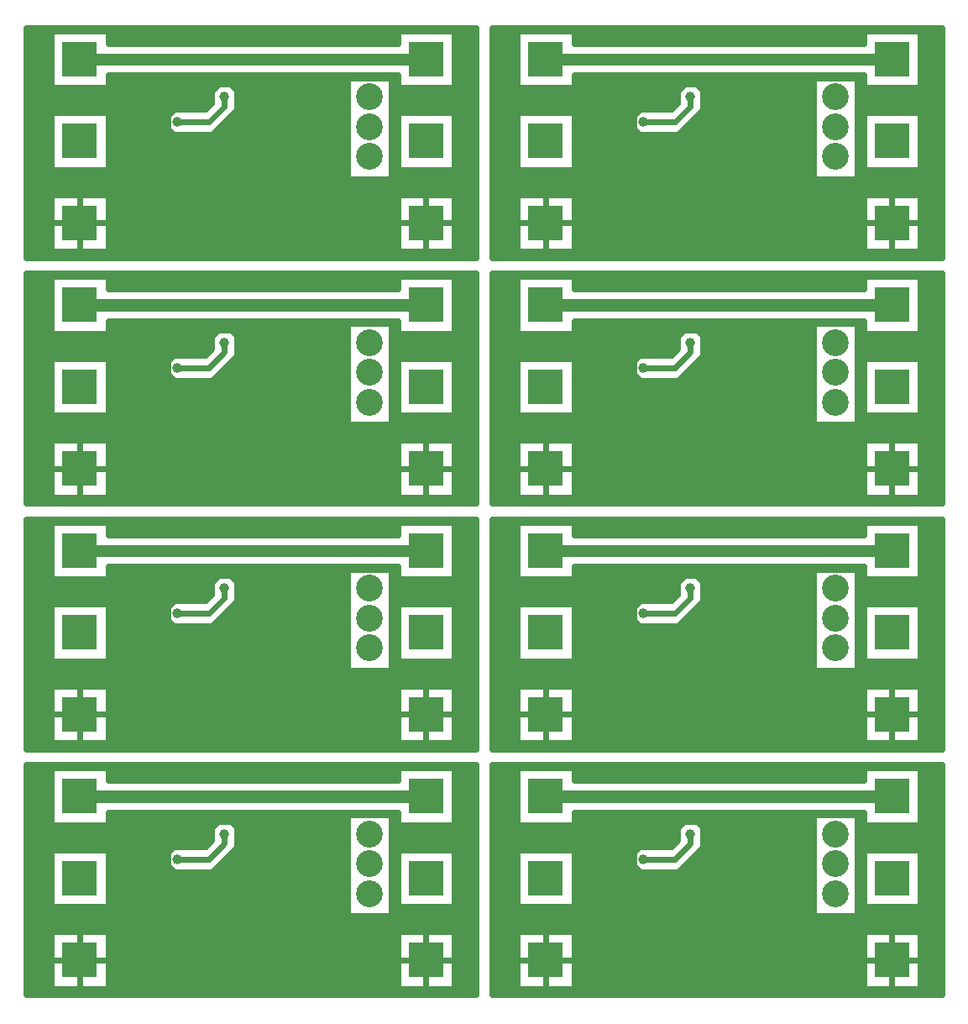
<source format=gbr>
%FSLAX34Y34*%
%MOMM*%
%LNSILK_TOP*%
G71*
G01*
%ADD10C, 2.70*%
%ADD11C, 1.00*%
%ADD12C, 0.60*%
%LPD*%
G36*
X42850Y804875D02*
X77850Y804875D01*
X77850Y769875D01*
X42850Y769875D01*
X42850Y804875D01*
G37*
G36*
X42850Y969975D02*
X77850Y969975D01*
X77850Y934975D01*
X42850Y934975D01*
X42850Y969975D01*
G37*
G36*
X42850Y887425D02*
X77850Y887425D01*
X77850Y852425D01*
X42850Y852425D01*
X42850Y887425D01*
G37*
G36*
X392100Y804875D02*
X427100Y804875D01*
X427100Y769875D01*
X392100Y769875D01*
X392100Y804875D01*
G37*
G36*
X392100Y887425D02*
X427100Y887425D01*
X427100Y852425D01*
X392100Y852425D01*
X392100Y887425D01*
G37*
G36*
X392100Y969975D02*
X427100Y969975D01*
X427100Y934975D01*
X392100Y934975D01*
X392100Y969975D01*
G37*
X352450Y914375D02*
G54D10*
D03*
X352450Y884375D02*
G54D10*
D03*
X352450Y854375D02*
G54D10*
D03*
X206400Y914375D02*
G54D11*
D03*
X158775Y888975D02*
G54D11*
D03*
G54D12*
X158775Y888975D02*
X190525Y888975D01*
X206400Y904850D01*
X206400Y914375D01*
X12725Y977875D02*
G54D11*
D03*
X12725Y758800D02*
G54D11*
D03*
X12725Y869925D02*
G54D11*
D03*
X450875Y869925D02*
G54D11*
D03*
X450875Y977875D02*
G54D11*
D03*
X450875Y758800D02*
G54D11*
D03*
G36*
X92100Y873100D02*
X330225Y873100D01*
X330225Y752450D01*
X92100Y752450D01*
X92100Y873100D01*
G37*
G54D12*
X92100Y873100D02*
X330225Y873100D01*
X330225Y752450D01*
X92100Y752450D01*
X92100Y873100D01*
G36*
X9550Y981050D02*
X31775Y981050D01*
X31775Y752450D01*
X9550Y752450D01*
X9550Y981050D01*
G37*
G54D12*
X9550Y981050D02*
X31775Y981050D01*
X31775Y752450D01*
X9550Y752450D01*
X9550Y981050D01*
G36*
X438175Y752450D02*
X460400Y752450D01*
X460400Y984225D01*
X438175Y984225D01*
X438175Y752450D01*
G37*
G54D12*
X438175Y752450D02*
X460400Y752450D01*
X460400Y984225D01*
X438175Y984225D01*
X438175Y752450D01*
G54D12*
X31775Y981050D02*
X31775Y984225D01*
X6375Y984225D01*
X6375Y752450D01*
X12725Y752450D01*
X12725Y981050D01*
X15900Y984225D01*
G36*
X31775Y815950D02*
X92100Y815950D01*
X92100Y844525D01*
X92100Y841350D01*
X31775Y841350D01*
X31775Y815950D01*
G37*
G54D12*
X31775Y815950D02*
X92100Y815950D01*
X92100Y844525D01*
X92100Y841350D01*
X31775Y841350D01*
X31775Y815950D01*
G36*
X31775Y898500D02*
X92100Y898500D01*
X92100Y873100D01*
X149250Y873100D01*
X149250Y923900D01*
X31775Y923900D01*
X31775Y898500D01*
G37*
G54D12*
X31775Y898500D02*
X92100Y898500D01*
X92100Y873100D01*
X149250Y873100D01*
X149250Y923900D01*
X31775Y923900D01*
X31775Y898500D01*
G36*
X88925Y838175D02*
X88925Y908025D01*
X92100Y911200D01*
X88925Y838175D01*
G37*
G54D12*
X88925Y838175D02*
X88925Y908025D01*
X92100Y911200D01*
X88925Y838175D01*
G54D12*
X88925Y819125D02*
X88925Y752450D01*
X31775Y752450D01*
X31775Y761975D01*
X31775Y758800D01*
X95275Y758800D01*
X98450Y755625D01*
X31775Y755625D01*
G54D12*
X441350Y981050D02*
X34950Y981050D01*
X31775Y984225D01*
X438175Y984225D01*
X438175Y752450D01*
X323875Y752450D01*
X330225Y758800D01*
X441350Y758800D01*
X444525Y761975D01*
X444525Y758800D01*
X441350Y755625D01*
X308000Y755625D01*
X304825Y752450D01*
G54D12*
X441350Y815950D02*
X381025Y815950D01*
X381025Y758800D01*
X377850Y755625D01*
X377850Y923900D01*
X441350Y923900D01*
X444525Y920725D01*
X444525Y898500D01*
X441350Y895325D01*
X438175Y898500D01*
X377850Y898500D01*
X381025Y898500D01*
X381025Y841350D01*
X444525Y841350D01*
X447700Y838175D01*
G54D12*
X60350Y952475D02*
X409600Y952475D01*
X409600Y955650D01*
X60350Y955650D01*
X60350Y949300D01*
X409600Y949300D01*
G36*
X377850Y841350D02*
X438175Y841350D01*
X438175Y815950D01*
X377850Y815950D01*
X377850Y841350D01*
G37*
G54D12*
X377850Y841350D02*
X438175Y841350D01*
X438175Y815950D01*
X377850Y815950D01*
X377850Y841350D01*
G36*
X377850Y898500D02*
X438175Y898500D01*
X438175Y923900D01*
X377850Y923900D01*
X377850Y898500D01*
G37*
G54D12*
X377850Y898500D02*
X438175Y898500D01*
X438175Y923900D01*
X377850Y923900D01*
X377850Y898500D01*
G54D12*
X330225Y831825D02*
X377850Y831825D01*
X377850Y761975D01*
X330225Y761975D01*
X330225Y831825D01*
X336575Y831825D01*
G36*
X330225Y831825D02*
X377850Y831825D01*
X377850Y765150D01*
X330225Y765150D01*
X330225Y831825D01*
G37*
G54D12*
X330225Y831825D02*
X377850Y831825D01*
X377850Y765150D01*
X330225Y765150D01*
X330225Y831825D01*
G36*
X381025Y831825D02*
X374675Y831825D01*
X374675Y936600D01*
X381025Y936600D01*
X381025Y831825D01*
G37*
G54D12*
X381025Y831825D02*
X374675Y831825D01*
X374675Y936600D01*
X381025Y936600D01*
X381025Y831825D01*
G36*
X88925Y895325D02*
X149250Y895325D01*
X149250Y936600D01*
X88925Y936600D01*
X88925Y895325D01*
G37*
G54D12*
X88925Y895325D02*
X149250Y895325D01*
X149250Y936600D01*
X88925Y936600D01*
X88925Y895325D01*
G36*
X88925Y981050D02*
X381025Y981050D01*
X381025Y968350D01*
X88925Y968350D01*
X88925Y981050D01*
G37*
G54D12*
X88925Y981050D02*
X381025Y981050D01*
X381025Y968350D01*
X88925Y968350D01*
X88925Y981050D01*
G36*
X330225Y854050D02*
X222275Y854050D01*
X222275Y936600D01*
X330225Y936600D01*
X330225Y854050D01*
G37*
G54D12*
X330225Y854050D02*
X222275Y854050D01*
X222275Y936600D01*
X330225Y936600D01*
X330225Y854050D01*
G36*
X149250Y936600D02*
X184175Y936600D01*
X184175Y901675D01*
X149250Y901675D01*
X149250Y936600D01*
G37*
G54D12*
X149250Y936600D02*
X184175Y936600D01*
X184175Y901675D01*
X149250Y901675D01*
X149250Y936600D01*
G54D12*
X149250Y895325D02*
X161950Y908025D01*
X177825Y908025D01*
X184175Y901675D01*
X187350Y901675D01*
X193700Y908025D01*
X193700Y927075D01*
X193700Y920725D01*
X203225Y930250D01*
X200050Y927075D01*
X212750Y927075D01*
X222275Y917550D01*
X219100Y917550D01*
X219100Y920725D01*
X219100Y901675D01*
X187350Y869925D01*
X161950Y869925D01*
X146075Y885800D01*
X152425Y879450D01*
X152425Y876275D01*
X203225Y876275D01*
X222275Y895325D01*
X219100Y898500D01*
X219100Y895325D01*
X200050Y876275D01*
X215925Y876275D01*
X219100Y879450D01*
X219100Y885800D01*
X212750Y879450D01*
G54D12*
X181000Y936600D02*
X228625Y936600D01*
X228625Y930250D01*
X181000Y930250D01*
X181000Y933425D01*
X225450Y933425D01*
X225450Y927075D01*
X184175Y927075D01*
X187350Y923900D01*
X187350Y908025D01*
X190525Y911200D01*
X190525Y927075D01*
G54D12*
X330225Y936600D02*
X374675Y936600D01*
G54D12*
X377850Y933425D02*
X330225Y933425D01*
G54D12*
X28600Y787375D02*
X92100Y787375D01*
X60350Y787375D01*
X60350Y755625D01*
X60350Y822300D01*
X60350Y787375D01*
X447700Y787375D01*
X409600Y787375D01*
X409600Y819125D01*
X403250Y825475D01*
X409600Y819125D01*
X409600Y755625D01*
X219100Y892150D02*
G54D11*
D03*
X257200Y869925D02*
G54D11*
D03*
X244500Y981050D02*
G54D11*
D03*
X244500Y755625D02*
G54D11*
D03*
G36*
X42850Y557225D02*
X77850Y557225D01*
X77850Y522225D01*
X42850Y522225D01*
X42850Y557225D01*
G37*
G36*
X42850Y722325D02*
X77850Y722325D01*
X77850Y687325D01*
X42850Y687325D01*
X42850Y722325D01*
G37*
G36*
X42850Y639775D02*
X77850Y639775D01*
X77850Y604775D01*
X42850Y604775D01*
X42850Y639775D01*
G37*
G36*
X392100Y557225D02*
X427100Y557225D01*
X427100Y522225D01*
X392100Y522225D01*
X392100Y557225D01*
G37*
G36*
X392100Y639775D02*
X427100Y639775D01*
X427100Y604775D01*
X392100Y604775D01*
X392100Y639775D01*
G37*
G36*
X392100Y722325D02*
X427100Y722325D01*
X427100Y687325D01*
X392100Y687325D01*
X392100Y722325D01*
G37*
X352450Y666725D02*
G54D10*
D03*
X352450Y636725D02*
G54D10*
D03*
X352450Y606725D02*
G54D10*
D03*
X206400Y666725D02*
G54D11*
D03*
X158775Y641325D02*
G54D11*
D03*
G54D12*
X158775Y641325D02*
X190525Y641325D01*
X206400Y657200D01*
X206400Y666725D01*
X12725Y730225D02*
G54D11*
D03*
X12725Y511150D02*
G54D11*
D03*
X12725Y622275D02*
G54D11*
D03*
X450875Y622275D02*
G54D11*
D03*
X450875Y730225D02*
G54D11*
D03*
X450875Y511150D02*
G54D11*
D03*
G36*
X92100Y625450D02*
X330225Y625450D01*
X330225Y504800D01*
X92100Y504800D01*
X92100Y625450D01*
G37*
G54D12*
X92100Y625450D02*
X330225Y625450D01*
X330225Y504800D01*
X92100Y504800D01*
X92100Y625450D01*
G36*
X9550Y733400D02*
X31775Y733400D01*
X31775Y504800D01*
X9550Y504800D01*
X9550Y733400D01*
G37*
G54D12*
X9550Y733400D02*
X31775Y733400D01*
X31775Y504800D01*
X9550Y504800D01*
X9550Y733400D01*
G36*
X438175Y504800D02*
X460400Y504800D01*
X460400Y736575D01*
X438175Y736575D01*
X438175Y504800D01*
G37*
G54D12*
X438175Y504800D02*
X460400Y504800D01*
X460400Y736575D01*
X438175Y736575D01*
X438175Y504800D01*
G54D12*
X31775Y733400D02*
X31775Y736575D01*
X6375Y736575D01*
X6375Y504800D01*
X12725Y504800D01*
X12725Y733400D01*
X15900Y736575D01*
G36*
X31775Y568300D02*
X92100Y568300D01*
X92100Y596875D01*
X92100Y593700D01*
X31775Y593700D01*
X31775Y568300D01*
G37*
G54D12*
X31775Y568300D02*
X92100Y568300D01*
X92100Y596875D01*
X92100Y593700D01*
X31775Y593700D01*
X31775Y568300D01*
G36*
X31775Y650850D02*
X92100Y650850D01*
X92100Y625450D01*
X149250Y625450D01*
X149250Y676250D01*
X31775Y676250D01*
X31775Y650850D01*
G37*
G54D12*
X31775Y650850D02*
X92100Y650850D01*
X92100Y625450D01*
X149250Y625450D01*
X149250Y676250D01*
X31775Y676250D01*
X31775Y650850D01*
G36*
X88925Y590525D02*
X88925Y660375D01*
X92100Y663550D01*
X88925Y590525D01*
G37*
G54D12*
X88925Y590525D02*
X88925Y660375D01*
X92100Y663550D01*
X88925Y590525D01*
G54D12*
X88925Y571475D02*
X88925Y504800D01*
X31775Y504800D01*
X31775Y514325D01*
X31775Y511150D01*
X95275Y511150D01*
X98450Y507975D01*
X31775Y507975D01*
G54D12*
X441350Y733400D02*
X34950Y733400D01*
X31775Y736575D01*
X438175Y736575D01*
X438175Y504800D01*
X323875Y504800D01*
X330225Y511150D01*
X441350Y511150D01*
X444525Y514325D01*
X444525Y511150D01*
X441350Y507975D01*
X308000Y507975D01*
X304825Y504800D01*
G54D12*
X441350Y568300D02*
X381025Y568300D01*
X381025Y511150D01*
X377850Y507975D01*
X377850Y676250D01*
X441350Y676250D01*
X444525Y673075D01*
X444525Y650850D01*
X441350Y647675D01*
X438175Y650850D01*
X377850Y650850D01*
X381025Y650850D01*
X381025Y593700D01*
X444525Y593700D01*
X447700Y590525D01*
G54D12*
X60350Y704825D02*
X409600Y704825D01*
X409600Y708000D01*
X60350Y708000D01*
X60350Y701650D01*
X409600Y701650D01*
G36*
X377850Y593700D02*
X438175Y593700D01*
X438175Y568300D01*
X377850Y568300D01*
X377850Y593700D01*
G37*
G54D12*
X377850Y593700D02*
X438175Y593700D01*
X438175Y568300D01*
X377850Y568300D01*
X377850Y593700D01*
G36*
X377850Y650850D02*
X438175Y650850D01*
X438175Y676250D01*
X377850Y676250D01*
X377850Y650850D01*
G37*
G54D12*
X377850Y650850D02*
X438175Y650850D01*
X438175Y676250D01*
X377850Y676250D01*
X377850Y650850D01*
G54D12*
X330225Y584175D02*
X377850Y584175D01*
X377850Y514325D01*
X330225Y514325D01*
X330225Y584175D01*
X336575Y584175D01*
G36*
X330225Y584175D02*
X377850Y584175D01*
X377850Y517500D01*
X330225Y517500D01*
X330225Y584175D01*
G37*
G54D12*
X330225Y584175D02*
X377850Y584175D01*
X377850Y517500D01*
X330225Y517500D01*
X330225Y584175D01*
G36*
X381025Y584175D02*
X374675Y584175D01*
X374675Y688950D01*
X381025Y688950D01*
X381025Y584175D01*
G37*
G54D12*
X381025Y584175D02*
X374675Y584175D01*
X374675Y688950D01*
X381025Y688950D01*
X381025Y584175D01*
G36*
X88925Y647675D02*
X149250Y647675D01*
X149250Y688950D01*
X88925Y688950D01*
X88925Y647675D01*
G37*
G54D12*
X88925Y647675D02*
X149250Y647675D01*
X149250Y688950D01*
X88925Y688950D01*
X88925Y647675D01*
G36*
X88925Y733400D02*
X381025Y733400D01*
X381025Y720700D01*
X88925Y720700D01*
X88925Y733400D01*
G37*
G54D12*
X88925Y733400D02*
X381025Y733400D01*
X381025Y720700D01*
X88925Y720700D01*
X88925Y733400D01*
G36*
X330225Y606400D02*
X222275Y606400D01*
X222275Y688950D01*
X330225Y688950D01*
X330225Y606400D01*
G37*
G54D12*
X330225Y606400D02*
X222275Y606400D01*
X222275Y688950D01*
X330225Y688950D01*
X330225Y606400D01*
G36*
X149250Y688950D02*
X184175Y688950D01*
X184175Y654025D01*
X149250Y654025D01*
X149250Y688950D01*
G37*
G54D12*
X149250Y688950D02*
X184175Y688950D01*
X184175Y654025D01*
X149250Y654025D01*
X149250Y688950D01*
G54D12*
X149250Y647675D02*
X161950Y660375D01*
X177825Y660375D01*
X184175Y654025D01*
X187350Y654025D01*
X193700Y660375D01*
X193700Y679425D01*
X193700Y673075D01*
X203225Y682600D01*
X200050Y679425D01*
X212750Y679425D01*
X222275Y669900D01*
X219100Y669900D01*
X219100Y673075D01*
X219100Y654025D01*
X187350Y622275D01*
X161950Y622275D01*
X146075Y638150D01*
X152425Y631800D01*
X152425Y628625D01*
X203225Y628625D01*
X222275Y647675D01*
X219100Y650850D01*
X219100Y647675D01*
X200050Y628625D01*
X215925Y628625D01*
X219100Y631800D01*
X219100Y638150D01*
X212750Y631800D01*
G54D12*
X181000Y688950D02*
X228625Y688950D01*
X228625Y682600D01*
X181000Y682600D01*
X181000Y685775D01*
X225450Y685775D01*
X225450Y679425D01*
X184175Y679425D01*
X187350Y676250D01*
X187350Y660375D01*
X190525Y663550D01*
X190525Y679425D01*
G54D12*
X330225Y688950D02*
X374675Y688950D01*
G54D12*
X377850Y685775D02*
X330225Y685775D01*
G54D12*
X28600Y539725D02*
X92100Y539725D01*
X60350Y539725D01*
X60350Y507975D01*
X60350Y574650D01*
X60350Y539725D01*
X447700Y539725D01*
X409600Y539725D01*
X409600Y571475D01*
X403250Y577825D01*
X409600Y571475D01*
X409600Y507975D01*
X219100Y644500D02*
G54D11*
D03*
X257200Y622275D02*
G54D11*
D03*
X244500Y733400D02*
G54D11*
D03*
X244500Y507975D02*
G54D11*
D03*
G36*
X42850Y309575D02*
X77850Y309575D01*
X77850Y274575D01*
X42850Y274575D01*
X42850Y309575D01*
G37*
G36*
X42850Y474675D02*
X77850Y474675D01*
X77850Y439675D01*
X42850Y439675D01*
X42850Y474675D01*
G37*
G36*
X42850Y392125D02*
X77850Y392125D01*
X77850Y357125D01*
X42850Y357125D01*
X42850Y392125D01*
G37*
G36*
X392100Y309575D02*
X427100Y309575D01*
X427100Y274575D01*
X392100Y274575D01*
X392100Y309575D01*
G37*
G36*
X392100Y392125D02*
X427100Y392125D01*
X427100Y357125D01*
X392100Y357125D01*
X392100Y392125D01*
G37*
G36*
X392100Y474675D02*
X427100Y474675D01*
X427100Y439675D01*
X392100Y439675D01*
X392100Y474675D01*
G37*
X352450Y419075D02*
G54D10*
D03*
X352450Y389075D02*
G54D10*
D03*
X352450Y359075D02*
G54D10*
D03*
X206400Y419075D02*
G54D11*
D03*
X158775Y393675D02*
G54D11*
D03*
G54D12*
X158775Y393675D02*
X190525Y393675D01*
X206400Y409550D01*
X206400Y419075D01*
X12725Y482575D02*
G54D11*
D03*
X12725Y263500D02*
G54D11*
D03*
X12725Y374625D02*
G54D11*
D03*
X450875Y374625D02*
G54D11*
D03*
X450875Y482575D02*
G54D11*
D03*
X450875Y263500D02*
G54D11*
D03*
G36*
X92100Y377800D02*
X330225Y377800D01*
X330225Y257150D01*
X92100Y257150D01*
X92100Y377800D01*
G37*
G54D12*
X92100Y377800D02*
X330225Y377800D01*
X330225Y257150D01*
X92100Y257150D01*
X92100Y377800D01*
G36*
X9550Y485750D02*
X31775Y485750D01*
X31775Y257150D01*
X9550Y257150D01*
X9550Y485750D01*
G37*
G54D12*
X9550Y485750D02*
X31775Y485750D01*
X31775Y257150D01*
X9550Y257150D01*
X9550Y485750D01*
G36*
X438175Y257150D02*
X460400Y257150D01*
X460400Y488925D01*
X438175Y488925D01*
X438175Y257150D01*
G37*
G54D12*
X438175Y257150D02*
X460400Y257150D01*
X460400Y488925D01*
X438175Y488925D01*
X438175Y257150D01*
G54D12*
X31775Y485750D02*
X31775Y488925D01*
X6375Y488925D01*
X6375Y257150D01*
X12725Y257150D01*
X12725Y485750D01*
X15900Y488925D01*
G36*
X31775Y320650D02*
X92100Y320650D01*
X92100Y349225D01*
X92100Y346050D01*
X31775Y346050D01*
X31775Y320650D01*
G37*
G54D12*
X31775Y320650D02*
X92100Y320650D01*
X92100Y349225D01*
X92100Y346050D01*
X31775Y346050D01*
X31775Y320650D01*
G36*
X31775Y403200D02*
X92100Y403200D01*
X92100Y377800D01*
X149250Y377800D01*
X149250Y428600D01*
X31775Y428600D01*
X31775Y403200D01*
G37*
G54D12*
X31775Y403200D02*
X92100Y403200D01*
X92100Y377800D01*
X149250Y377800D01*
X149250Y428600D01*
X31775Y428600D01*
X31775Y403200D01*
G36*
X88925Y342875D02*
X88925Y412725D01*
X92100Y415900D01*
X88925Y342875D01*
G37*
G54D12*
X88925Y342875D02*
X88925Y412725D01*
X92100Y415900D01*
X88925Y342875D01*
G54D12*
X88925Y323825D02*
X88925Y257150D01*
X31775Y257150D01*
X31775Y266675D01*
X31775Y263500D01*
X95275Y263500D01*
X98450Y260325D01*
X31775Y260325D01*
G54D12*
X441350Y485750D02*
X34950Y485750D01*
X31775Y488925D01*
X438175Y488925D01*
X438175Y257150D01*
X323875Y257150D01*
X330225Y263500D01*
X441350Y263500D01*
X444525Y266675D01*
X444525Y263500D01*
X441350Y260325D01*
X308000Y260325D01*
X304825Y257150D01*
G54D12*
X441350Y320650D02*
X381025Y320650D01*
X381025Y263500D01*
X377850Y260325D01*
X377850Y428600D01*
X441350Y428600D01*
X444525Y425425D01*
X444525Y403200D01*
X441350Y400025D01*
X438175Y403200D01*
X377850Y403200D01*
X381025Y403200D01*
X381025Y346050D01*
X444525Y346050D01*
X447700Y342875D01*
G54D12*
X60350Y457175D02*
X409600Y457175D01*
X409600Y460350D01*
X60350Y460350D01*
X60350Y454000D01*
X409600Y454000D01*
G36*
X377850Y346050D02*
X438175Y346050D01*
X438175Y320650D01*
X377850Y320650D01*
X377850Y346050D01*
G37*
G54D12*
X377850Y346050D02*
X438175Y346050D01*
X438175Y320650D01*
X377850Y320650D01*
X377850Y346050D01*
G36*
X377850Y403200D02*
X438175Y403200D01*
X438175Y428600D01*
X377850Y428600D01*
X377850Y403200D01*
G37*
G54D12*
X377850Y403200D02*
X438175Y403200D01*
X438175Y428600D01*
X377850Y428600D01*
X377850Y403200D01*
G54D12*
X330225Y336525D02*
X377850Y336525D01*
X377850Y266675D01*
X330225Y266675D01*
X330225Y336525D01*
X336575Y336525D01*
G36*
X330225Y336525D02*
X377850Y336525D01*
X377850Y269850D01*
X330225Y269850D01*
X330225Y336525D01*
G37*
G54D12*
X330225Y336525D02*
X377850Y336525D01*
X377850Y269850D01*
X330225Y269850D01*
X330225Y336525D01*
G36*
X381025Y336525D02*
X374675Y336525D01*
X374675Y441300D01*
X381025Y441300D01*
X381025Y336525D01*
G37*
G54D12*
X381025Y336525D02*
X374675Y336525D01*
X374675Y441300D01*
X381025Y441300D01*
X381025Y336525D01*
G36*
X88925Y400025D02*
X149250Y400025D01*
X149250Y441300D01*
X88925Y441300D01*
X88925Y400025D01*
G37*
G54D12*
X88925Y400025D02*
X149250Y400025D01*
X149250Y441300D01*
X88925Y441300D01*
X88925Y400025D01*
G36*
X88925Y485750D02*
X381025Y485750D01*
X381025Y473050D01*
X88925Y473050D01*
X88925Y485750D01*
G37*
G54D12*
X88925Y485750D02*
X381025Y485750D01*
X381025Y473050D01*
X88925Y473050D01*
X88925Y485750D01*
G36*
X330225Y358750D02*
X222275Y358750D01*
X222275Y441300D01*
X330225Y441300D01*
X330225Y358750D01*
G37*
G54D12*
X330225Y358750D02*
X222275Y358750D01*
X222275Y441300D01*
X330225Y441300D01*
X330225Y358750D01*
G36*
X149250Y441300D02*
X184175Y441300D01*
X184175Y406375D01*
X149250Y406375D01*
X149250Y441300D01*
G37*
G54D12*
X149250Y441300D02*
X184175Y441300D01*
X184175Y406375D01*
X149250Y406375D01*
X149250Y441300D01*
G54D12*
X149250Y400025D02*
X161950Y412725D01*
X177825Y412725D01*
X184175Y406375D01*
X187350Y406375D01*
X193700Y412725D01*
X193700Y431775D01*
X193700Y425425D01*
X203225Y434950D01*
X200050Y431775D01*
X212750Y431775D01*
X222275Y422250D01*
X219100Y422250D01*
X219100Y425425D01*
X219100Y406375D01*
X187350Y374625D01*
X161950Y374625D01*
X146075Y390500D01*
X152425Y384150D01*
X152425Y380975D01*
X203225Y380975D01*
X222275Y400025D01*
X219100Y403200D01*
X219100Y400025D01*
X200050Y380975D01*
X215925Y380975D01*
X219100Y384150D01*
X219100Y390500D01*
X212750Y384150D01*
G54D12*
X181000Y441300D02*
X228625Y441300D01*
X228625Y434950D01*
X181000Y434950D01*
X181000Y438125D01*
X225450Y438125D01*
X225450Y431775D01*
X184175Y431775D01*
X187350Y428600D01*
X187350Y412725D01*
X190525Y415900D01*
X190525Y431775D01*
G54D12*
X330225Y441300D02*
X374675Y441300D01*
G54D12*
X377850Y438125D02*
X330225Y438125D01*
G54D12*
X28600Y292075D02*
X92100Y292075D01*
X60350Y292075D01*
X60350Y260325D01*
X60350Y327000D01*
X60350Y292075D01*
X447700Y292075D01*
X409600Y292075D01*
X409600Y323825D01*
X403250Y330175D01*
X409600Y323825D01*
X409600Y260325D01*
X219100Y396850D02*
G54D11*
D03*
X257200Y374625D02*
G54D11*
D03*
X244500Y485750D02*
G54D11*
D03*
X244500Y260325D02*
G54D11*
D03*
G36*
X42850Y61925D02*
X77850Y61925D01*
X77850Y26925D01*
X42850Y26925D01*
X42850Y61925D01*
G37*
G36*
X42850Y227025D02*
X77850Y227025D01*
X77850Y192025D01*
X42850Y192025D01*
X42850Y227025D01*
G37*
G36*
X42850Y144475D02*
X77850Y144475D01*
X77850Y109475D01*
X42850Y109475D01*
X42850Y144475D01*
G37*
G36*
X392100Y61925D02*
X427100Y61925D01*
X427100Y26925D01*
X392100Y26925D01*
X392100Y61925D01*
G37*
G36*
X392100Y144475D02*
X427100Y144475D01*
X427100Y109475D01*
X392100Y109475D01*
X392100Y144475D01*
G37*
G36*
X392100Y227025D02*
X427100Y227025D01*
X427100Y192025D01*
X392100Y192025D01*
X392100Y227025D01*
G37*
X352450Y171425D02*
G54D10*
D03*
X352450Y141425D02*
G54D10*
D03*
X352450Y111425D02*
G54D10*
D03*
X206400Y171425D02*
G54D11*
D03*
X158775Y146025D02*
G54D11*
D03*
G54D12*
X158775Y146025D02*
X190525Y146025D01*
X206400Y161900D01*
X206400Y171425D01*
X12725Y234925D02*
G54D11*
D03*
X12725Y15850D02*
G54D11*
D03*
X12725Y126975D02*
G54D11*
D03*
X450875Y126975D02*
G54D11*
D03*
X450875Y234925D02*
G54D11*
D03*
X450875Y15850D02*
G54D11*
D03*
G36*
X92100Y130150D02*
X330225Y130150D01*
X330225Y9500D01*
X92100Y9500D01*
X92100Y130150D01*
G37*
G54D12*
X92100Y130150D02*
X330225Y130150D01*
X330225Y9500D01*
X92100Y9500D01*
X92100Y130150D01*
G36*
X9550Y238100D02*
X31775Y238100D01*
X31775Y9500D01*
X9550Y9500D01*
X9550Y238100D01*
G37*
G54D12*
X9550Y238100D02*
X31775Y238100D01*
X31775Y9500D01*
X9550Y9500D01*
X9550Y238100D01*
G36*
X438175Y9500D02*
X460400Y9500D01*
X460400Y241275D01*
X438175Y241275D01*
X438175Y9500D01*
G37*
G54D12*
X438175Y9500D02*
X460400Y9500D01*
X460400Y241275D01*
X438175Y241275D01*
X438175Y9500D01*
G54D12*
X31775Y238100D02*
X31775Y241275D01*
X6375Y241275D01*
X6375Y9500D01*
X12725Y9500D01*
X12725Y238100D01*
X15900Y241275D01*
G36*
X31775Y73000D02*
X92100Y73000D01*
X92100Y101575D01*
X92100Y98400D01*
X31775Y98400D01*
X31775Y73000D01*
G37*
G54D12*
X31775Y73000D02*
X92100Y73000D01*
X92100Y101575D01*
X92100Y98400D01*
X31775Y98400D01*
X31775Y73000D01*
G36*
X31775Y155550D02*
X92100Y155550D01*
X92100Y130150D01*
X149250Y130150D01*
X149250Y180950D01*
X31775Y180950D01*
X31775Y155550D01*
G37*
G54D12*
X31775Y155550D02*
X92100Y155550D01*
X92100Y130150D01*
X149250Y130150D01*
X149250Y180950D01*
X31775Y180950D01*
X31775Y155550D01*
G36*
X88925Y95225D02*
X88925Y165075D01*
X92100Y168250D01*
X88925Y95225D01*
G37*
G54D12*
X88925Y95225D02*
X88925Y165075D01*
X92100Y168250D01*
X88925Y95225D01*
G54D12*
X88925Y76175D02*
X88925Y9500D01*
X31775Y9500D01*
X31775Y19025D01*
X31775Y15850D01*
X95275Y15850D01*
X98450Y12675D01*
X31775Y12675D01*
G54D12*
X441350Y238100D02*
X34950Y238100D01*
X31775Y241275D01*
X438175Y241275D01*
X438175Y9500D01*
X323875Y9500D01*
X330225Y15850D01*
X441350Y15850D01*
X444525Y19025D01*
X444525Y15850D01*
X441350Y12675D01*
X308000Y12675D01*
X304825Y9500D01*
G54D12*
X441350Y73000D02*
X381025Y73000D01*
X381025Y15850D01*
X377850Y12675D01*
X377850Y180950D01*
X441350Y180950D01*
X444525Y177775D01*
X444525Y155550D01*
X441350Y152375D01*
X438175Y155550D01*
X377850Y155550D01*
X381025Y155550D01*
X381025Y98400D01*
X444525Y98400D01*
X447700Y95225D01*
G54D12*
X60350Y209525D02*
X409600Y209525D01*
X409600Y212700D01*
X60350Y212700D01*
X60350Y206350D01*
X409600Y206350D01*
G36*
X377850Y98400D02*
X438175Y98400D01*
X438175Y73000D01*
X377850Y73000D01*
X377850Y98400D01*
G37*
G54D12*
X377850Y98400D02*
X438175Y98400D01*
X438175Y73000D01*
X377850Y73000D01*
X377850Y98400D01*
G36*
X377850Y155550D02*
X438175Y155550D01*
X438175Y180950D01*
X377850Y180950D01*
X377850Y155550D01*
G37*
G54D12*
X377850Y155550D02*
X438175Y155550D01*
X438175Y180950D01*
X377850Y180950D01*
X377850Y155550D01*
G54D12*
X330225Y88875D02*
X377850Y88875D01*
X377850Y19025D01*
X330225Y19025D01*
X330225Y88875D01*
X336575Y88875D01*
G36*
X330225Y88875D02*
X377850Y88875D01*
X377850Y22200D01*
X330225Y22200D01*
X330225Y88875D01*
G37*
G54D12*
X330225Y88875D02*
X377850Y88875D01*
X377850Y22200D01*
X330225Y22200D01*
X330225Y88875D01*
G36*
X381025Y88875D02*
X374675Y88875D01*
X374675Y193650D01*
X381025Y193650D01*
X381025Y88875D01*
G37*
G54D12*
X381025Y88875D02*
X374675Y88875D01*
X374675Y193650D01*
X381025Y193650D01*
X381025Y88875D01*
G36*
X88925Y152375D02*
X149250Y152375D01*
X149250Y193650D01*
X88925Y193650D01*
X88925Y152375D01*
G37*
G54D12*
X88925Y152375D02*
X149250Y152375D01*
X149250Y193650D01*
X88925Y193650D01*
X88925Y152375D01*
G36*
X88925Y238100D02*
X381025Y238100D01*
X381025Y225400D01*
X88925Y225400D01*
X88925Y238100D01*
G37*
G54D12*
X88925Y238100D02*
X381025Y238100D01*
X381025Y225400D01*
X88925Y225400D01*
X88925Y238100D01*
G36*
X330225Y111100D02*
X222275Y111100D01*
X222275Y193650D01*
X330225Y193650D01*
X330225Y111100D01*
G37*
G54D12*
X330225Y111100D02*
X222275Y111100D01*
X222275Y193650D01*
X330225Y193650D01*
X330225Y111100D01*
G36*
X149250Y193650D02*
X184175Y193650D01*
X184175Y158725D01*
X149250Y158725D01*
X149250Y193650D01*
G37*
G54D12*
X149250Y193650D02*
X184175Y193650D01*
X184175Y158725D01*
X149250Y158725D01*
X149250Y193650D01*
G54D12*
X149250Y152375D02*
X161950Y165075D01*
X177825Y165075D01*
X184175Y158725D01*
X187350Y158725D01*
X193700Y165075D01*
X193700Y184125D01*
X193700Y177775D01*
X203225Y187300D01*
X200050Y184125D01*
X212750Y184125D01*
X222275Y174600D01*
X219100Y174600D01*
X219100Y177775D01*
X219100Y158725D01*
X187350Y126975D01*
X161950Y126975D01*
X146075Y142850D01*
X152425Y136500D01*
X152425Y133325D01*
X203225Y133325D01*
X222275Y152375D01*
X219100Y155550D01*
X219100Y152375D01*
X200050Y133325D01*
X215925Y133325D01*
X219100Y136500D01*
X219100Y142850D01*
X212750Y136500D01*
G54D12*
X181000Y193650D02*
X228625Y193650D01*
X228625Y187300D01*
X181000Y187300D01*
X181000Y190475D01*
X225450Y190475D01*
X225450Y184125D01*
X184175Y184125D01*
X187350Y180950D01*
X187350Y165075D01*
X190525Y168250D01*
X190525Y184125D01*
G54D12*
X330225Y193650D02*
X374675Y193650D01*
G54D12*
X377850Y190475D02*
X330225Y190475D01*
G54D12*
X28600Y44425D02*
X92100Y44425D01*
X60350Y44425D01*
X60350Y12675D01*
X60350Y79350D01*
X60350Y44425D01*
X447700Y44425D01*
X409600Y44425D01*
X409600Y76175D01*
X403250Y82525D01*
X409600Y76175D01*
X409600Y12675D01*
X219100Y149200D02*
G54D11*
D03*
X257200Y126975D02*
G54D11*
D03*
X244500Y238100D02*
G54D11*
D03*
X244500Y12675D02*
G54D11*
D03*
G36*
X512750Y804875D02*
X547750Y804875D01*
X547750Y769875D01*
X512750Y769875D01*
X512750Y804875D01*
G37*
G36*
X512750Y969975D02*
X547750Y969975D01*
X547750Y934975D01*
X512750Y934975D01*
X512750Y969975D01*
G37*
G36*
X512750Y887425D02*
X547750Y887425D01*
X547750Y852425D01*
X512750Y852425D01*
X512750Y887425D01*
G37*
G36*
X862000Y804875D02*
X897000Y804875D01*
X897000Y769875D01*
X862000Y769875D01*
X862000Y804875D01*
G37*
G36*
X862000Y887425D02*
X897000Y887425D01*
X897000Y852425D01*
X862000Y852425D01*
X862000Y887425D01*
G37*
G36*
X862000Y969975D02*
X897000Y969975D01*
X897000Y934975D01*
X862000Y934975D01*
X862000Y969975D01*
G37*
X822350Y914375D02*
G54D10*
D03*
X822350Y884375D02*
G54D10*
D03*
X822350Y854375D02*
G54D10*
D03*
X676300Y914375D02*
G54D11*
D03*
X628675Y888975D02*
G54D11*
D03*
G54D12*
X628675Y888975D02*
X660425Y888975D01*
X676300Y904850D01*
X676300Y914375D01*
X482625Y977875D02*
G54D11*
D03*
X482625Y758800D02*
G54D11*
D03*
X482625Y869925D02*
G54D11*
D03*
X920775Y869925D02*
G54D11*
D03*
X920775Y977875D02*
G54D11*
D03*
X920775Y758800D02*
G54D11*
D03*
G36*
X562000Y873100D02*
X800125Y873100D01*
X800125Y752450D01*
X562000Y752450D01*
X562000Y873100D01*
G37*
G54D12*
X562000Y873100D02*
X800125Y873100D01*
X800125Y752450D01*
X562000Y752450D01*
X562000Y873100D01*
G36*
X479450Y981050D02*
X501675Y981050D01*
X501675Y752450D01*
X479450Y752450D01*
X479450Y981050D01*
G37*
G54D12*
X479450Y981050D02*
X501675Y981050D01*
X501675Y752450D01*
X479450Y752450D01*
X479450Y981050D01*
G36*
X908075Y752450D02*
X930300Y752450D01*
X930300Y984225D01*
X908075Y984225D01*
X908075Y752450D01*
G37*
G54D12*
X908075Y752450D02*
X930300Y752450D01*
X930300Y984225D01*
X908075Y984225D01*
X908075Y752450D01*
G54D12*
X501675Y981050D02*
X501675Y984225D01*
X476275Y984225D01*
X476275Y752450D01*
X482625Y752450D01*
X482625Y981050D01*
X485800Y984225D01*
G36*
X501675Y815950D02*
X562000Y815950D01*
X562000Y844525D01*
X562000Y841350D01*
X501675Y841350D01*
X501675Y815950D01*
G37*
G54D12*
X501675Y815950D02*
X562000Y815950D01*
X562000Y844525D01*
X562000Y841350D01*
X501675Y841350D01*
X501675Y815950D01*
G36*
X501675Y898500D02*
X562000Y898500D01*
X562000Y873100D01*
X619150Y873100D01*
X619150Y923900D01*
X501675Y923900D01*
X501675Y898500D01*
G37*
G54D12*
X501675Y898500D02*
X562000Y898500D01*
X562000Y873100D01*
X619150Y873100D01*
X619150Y923900D01*
X501675Y923900D01*
X501675Y898500D01*
G36*
X558825Y838175D02*
X558825Y908025D01*
X562000Y911200D01*
X558825Y838175D01*
G37*
G54D12*
X558825Y838175D02*
X558825Y908025D01*
X562000Y911200D01*
X558825Y838175D01*
G54D12*
X558825Y819125D02*
X558825Y752450D01*
X501675Y752450D01*
X501675Y761975D01*
X501675Y758800D01*
X565175Y758800D01*
X568350Y755625D01*
X501675Y755625D01*
G54D12*
X911250Y981050D02*
X504850Y981050D01*
X501675Y984225D01*
X908075Y984225D01*
X908075Y752450D01*
X793775Y752450D01*
X800125Y758800D01*
X911250Y758800D01*
X914425Y761975D01*
X914425Y758800D01*
X911250Y755625D01*
X777900Y755625D01*
X774725Y752450D01*
G54D12*
X911250Y815950D02*
X850925Y815950D01*
X850925Y758800D01*
X847750Y755625D01*
X847750Y923900D01*
X911250Y923900D01*
X914425Y920725D01*
X914425Y898500D01*
X911250Y895325D01*
X908075Y898500D01*
X847750Y898500D01*
X850925Y898500D01*
X850925Y841350D01*
X914425Y841350D01*
X917600Y838175D01*
G54D12*
X530250Y952475D02*
X879500Y952475D01*
X879500Y955650D01*
X530250Y955650D01*
X530250Y949300D01*
X879500Y949300D01*
G36*
X847750Y841350D02*
X908075Y841350D01*
X908075Y815950D01*
X847750Y815950D01*
X847750Y841350D01*
G37*
G54D12*
X847750Y841350D02*
X908075Y841350D01*
X908075Y815950D01*
X847750Y815950D01*
X847750Y841350D01*
G36*
X847750Y898500D02*
X908075Y898500D01*
X908075Y923900D01*
X847750Y923900D01*
X847750Y898500D01*
G37*
G54D12*
X847750Y898500D02*
X908075Y898500D01*
X908075Y923900D01*
X847750Y923900D01*
X847750Y898500D01*
G54D12*
X800125Y831825D02*
X847750Y831825D01*
X847750Y761975D01*
X800125Y761975D01*
X800125Y831825D01*
X806475Y831825D01*
G36*
X800125Y831825D02*
X847750Y831825D01*
X847750Y765150D01*
X800125Y765150D01*
X800125Y831825D01*
G37*
G54D12*
X800125Y831825D02*
X847750Y831825D01*
X847750Y765150D01*
X800125Y765150D01*
X800125Y831825D01*
G36*
X850925Y831825D02*
X844575Y831825D01*
X844575Y936600D01*
X850925Y936600D01*
X850925Y831825D01*
G37*
G54D12*
X850925Y831825D02*
X844575Y831825D01*
X844575Y936600D01*
X850925Y936600D01*
X850925Y831825D01*
G36*
X558825Y895325D02*
X619150Y895325D01*
X619150Y936600D01*
X558825Y936600D01*
X558825Y895325D01*
G37*
G54D12*
X558825Y895325D02*
X619150Y895325D01*
X619150Y936600D01*
X558825Y936600D01*
X558825Y895325D01*
G36*
X558825Y981050D02*
X850925Y981050D01*
X850925Y968350D01*
X558825Y968350D01*
X558825Y981050D01*
G37*
G54D12*
X558825Y981050D02*
X850925Y981050D01*
X850925Y968350D01*
X558825Y968350D01*
X558825Y981050D01*
G36*
X800125Y854050D02*
X692175Y854050D01*
X692175Y936600D01*
X800125Y936600D01*
X800125Y854050D01*
G37*
G54D12*
X800125Y854050D02*
X692175Y854050D01*
X692175Y936600D01*
X800125Y936600D01*
X800125Y854050D01*
G36*
X619150Y936600D02*
X654075Y936600D01*
X654075Y901675D01*
X619150Y901675D01*
X619150Y936600D01*
G37*
G54D12*
X619150Y936600D02*
X654075Y936600D01*
X654075Y901675D01*
X619150Y901675D01*
X619150Y936600D01*
G54D12*
X619150Y895325D02*
X631850Y908025D01*
X647725Y908025D01*
X654075Y901675D01*
X657250Y901675D01*
X663600Y908025D01*
X663600Y927075D01*
X663600Y920725D01*
X673125Y930250D01*
X669950Y927075D01*
X682650Y927075D01*
X692175Y917550D01*
X689000Y917550D01*
X689000Y920725D01*
X689000Y901675D01*
X657250Y869925D01*
X631850Y869925D01*
X615975Y885800D01*
X622325Y879450D01*
X622325Y876275D01*
X673125Y876275D01*
X692175Y895325D01*
X689000Y898500D01*
X689000Y895325D01*
X669950Y876275D01*
X685825Y876275D01*
X689000Y879450D01*
X689000Y885800D01*
X682650Y879450D01*
G54D12*
X650900Y936600D02*
X698525Y936600D01*
X698525Y930250D01*
X650900Y930250D01*
X650900Y933425D01*
X695350Y933425D01*
X695350Y927075D01*
X654075Y927075D01*
X657250Y923900D01*
X657250Y908025D01*
X660425Y911200D01*
X660425Y927075D01*
G54D12*
X800125Y936600D02*
X844575Y936600D01*
G54D12*
X847750Y933425D02*
X800125Y933425D01*
G54D12*
X498500Y787375D02*
X562000Y787375D01*
X530250Y787375D01*
X530250Y755625D01*
X530250Y822300D01*
X530250Y787375D01*
X917600Y787375D01*
X879500Y787375D01*
X879500Y819125D01*
X873150Y825475D01*
X879500Y819125D01*
X879500Y755625D01*
X689000Y892150D02*
G54D11*
D03*
X727100Y869925D02*
G54D11*
D03*
X714400Y981050D02*
G54D11*
D03*
X714400Y755625D02*
G54D11*
D03*
G36*
X512750Y557225D02*
X547750Y557225D01*
X547750Y522225D01*
X512750Y522225D01*
X512750Y557225D01*
G37*
G36*
X512750Y722325D02*
X547750Y722325D01*
X547750Y687325D01*
X512750Y687325D01*
X512750Y722325D01*
G37*
G36*
X512750Y639775D02*
X547750Y639775D01*
X547750Y604775D01*
X512750Y604775D01*
X512750Y639775D01*
G37*
G36*
X862000Y557225D02*
X897000Y557225D01*
X897000Y522225D01*
X862000Y522225D01*
X862000Y557225D01*
G37*
G36*
X862000Y639775D02*
X897000Y639775D01*
X897000Y604775D01*
X862000Y604775D01*
X862000Y639775D01*
G37*
G36*
X862000Y722325D02*
X897000Y722325D01*
X897000Y687325D01*
X862000Y687325D01*
X862000Y722325D01*
G37*
X822350Y666725D02*
G54D10*
D03*
X822350Y636725D02*
G54D10*
D03*
X822350Y606725D02*
G54D10*
D03*
X676300Y666725D02*
G54D11*
D03*
X628675Y641325D02*
G54D11*
D03*
G54D12*
X628675Y641325D02*
X660425Y641325D01*
X676300Y657200D01*
X676300Y666725D01*
X482625Y730225D02*
G54D11*
D03*
X482625Y511150D02*
G54D11*
D03*
X482625Y622275D02*
G54D11*
D03*
X920775Y622275D02*
G54D11*
D03*
X920775Y730225D02*
G54D11*
D03*
X920775Y511150D02*
G54D11*
D03*
G36*
X562000Y625450D02*
X800125Y625450D01*
X800125Y504800D01*
X562000Y504800D01*
X562000Y625450D01*
G37*
G54D12*
X562000Y625450D02*
X800125Y625450D01*
X800125Y504800D01*
X562000Y504800D01*
X562000Y625450D01*
G36*
X479450Y733400D02*
X501675Y733400D01*
X501675Y504800D01*
X479450Y504800D01*
X479450Y733400D01*
G37*
G54D12*
X479450Y733400D02*
X501675Y733400D01*
X501675Y504800D01*
X479450Y504800D01*
X479450Y733400D01*
G36*
X908075Y504800D02*
X930300Y504800D01*
X930300Y736575D01*
X908075Y736575D01*
X908075Y504800D01*
G37*
G54D12*
X908075Y504800D02*
X930300Y504800D01*
X930300Y736575D01*
X908075Y736575D01*
X908075Y504800D01*
G54D12*
X501675Y733400D02*
X501675Y736575D01*
X476275Y736575D01*
X476275Y504800D01*
X482625Y504800D01*
X482625Y733400D01*
X485800Y736575D01*
G36*
X501675Y568300D02*
X562000Y568300D01*
X562000Y596875D01*
X562000Y593700D01*
X501675Y593700D01*
X501675Y568300D01*
G37*
G54D12*
X501675Y568300D02*
X562000Y568300D01*
X562000Y596875D01*
X562000Y593700D01*
X501675Y593700D01*
X501675Y568300D01*
G36*
X501675Y650850D02*
X562000Y650850D01*
X562000Y625450D01*
X619150Y625450D01*
X619150Y676250D01*
X501675Y676250D01*
X501675Y650850D01*
G37*
G54D12*
X501675Y650850D02*
X562000Y650850D01*
X562000Y625450D01*
X619150Y625450D01*
X619150Y676250D01*
X501675Y676250D01*
X501675Y650850D01*
G36*
X558825Y590525D02*
X558825Y660375D01*
X562000Y663550D01*
X558825Y590525D01*
G37*
G54D12*
X558825Y590525D02*
X558825Y660375D01*
X562000Y663550D01*
X558825Y590525D01*
G54D12*
X558825Y571475D02*
X558825Y504800D01*
X501675Y504800D01*
X501675Y514325D01*
X501675Y511150D01*
X565175Y511150D01*
X568350Y507975D01*
X501675Y507975D01*
G54D12*
X911250Y733400D02*
X504850Y733400D01*
X501675Y736575D01*
X908075Y736575D01*
X908075Y504800D01*
X793775Y504800D01*
X800125Y511150D01*
X911250Y511150D01*
X914425Y514325D01*
X914425Y511150D01*
X911250Y507975D01*
X777900Y507975D01*
X774725Y504800D01*
G54D12*
X911250Y568300D02*
X850925Y568300D01*
X850925Y511150D01*
X847750Y507975D01*
X847750Y676250D01*
X911250Y676250D01*
X914425Y673075D01*
X914425Y650850D01*
X911250Y647675D01*
X908075Y650850D01*
X847750Y650850D01*
X850925Y650850D01*
X850925Y593700D01*
X914425Y593700D01*
X917600Y590525D01*
G54D12*
X530250Y704825D02*
X879500Y704825D01*
X879500Y708000D01*
X530250Y708000D01*
X530250Y701650D01*
X879500Y701650D01*
G36*
X847750Y593700D02*
X908075Y593700D01*
X908075Y568300D01*
X847750Y568300D01*
X847750Y593700D01*
G37*
G54D12*
X847750Y593700D02*
X908075Y593700D01*
X908075Y568300D01*
X847750Y568300D01*
X847750Y593700D01*
G36*
X847750Y650850D02*
X908075Y650850D01*
X908075Y676250D01*
X847750Y676250D01*
X847750Y650850D01*
G37*
G54D12*
X847750Y650850D02*
X908075Y650850D01*
X908075Y676250D01*
X847750Y676250D01*
X847750Y650850D01*
G54D12*
X800125Y584175D02*
X847750Y584175D01*
X847750Y514325D01*
X800125Y514325D01*
X800125Y584175D01*
X806475Y584175D01*
G36*
X800125Y584175D02*
X847750Y584175D01*
X847750Y517500D01*
X800125Y517500D01*
X800125Y584175D01*
G37*
G54D12*
X800125Y584175D02*
X847750Y584175D01*
X847750Y517500D01*
X800125Y517500D01*
X800125Y584175D01*
G36*
X850925Y584175D02*
X844575Y584175D01*
X844575Y688950D01*
X850925Y688950D01*
X850925Y584175D01*
G37*
G54D12*
X850925Y584175D02*
X844575Y584175D01*
X844575Y688950D01*
X850925Y688950D01*
X850925Y584175D01*
G36*
X558825Y647675D02*
X619150Y647675D01*
X619150Y688950D01*
X558825Y688950D01*
X558825Y647675D01*
G37*
G54D12*
X558825Y647675D02*
X619150Y647675D01*
X619150Y688950D01*
X558825Y688950D01*
X558825Y647675D01*
G36*
X558825Y733400D02*
X850925Y733400D01*
X850925Y720700D01*
X558825Y720700D01*
X558825Y733400D01*
G37*
G54D12*
X558825Y733400D02*
X850925Y733400D01*
X850925Y720700D01*
X558825Y720700D01*
X558825Y733400D01*
G36*
X800125Y606400D02*
X692175Y606400D01*
X692175Y688950D01*
X800125Y688950D01*
X800125Y606400D01*
G37*
G54D12*
X800125Y606400D02*
X692175Y606400D01*
X692175Y688950D01*
X800125Y688950D01*
X800125Y606400D01*
G36*
X619150Y688950D02*
X654075Y688950D01*
X654075Y654025D01*
X619150Y654025D01*
X619150Y688950D01*
G37*
G54D12*
X619150Y688950D02*
X654075Y688950D01*
X654075Y654025D01*
X619150Y654025D01*
X619150Y688950D01*
G54D12*
X619150Y647675D02*
X631850Y660375D01*
X647725Y660375D01*
X654075Y654025D01*
X657250Y654025D01*
X663600Y660375D01*
X663600Y679425D01*
X663600Y673075D01*
X673125Y682600D01*
X669950Y679425D01*
X682650Y679425D01*
X692175Y669900D01*
X689000Y669900D01*
X689000Y673075D01*
X689000Y654025D01*
X657250Y622275D01*
X631850Y622275D01*
X615975Y638150D01*
X622325Y631800D01*
X622325Y628625D01*
X673125Y628625D01*
X692175Y647675D01*
X689000Y650850D01*
X689000Y647675D01*
X669950Y628625D01*
X685825Y628625D01*
X689000Y631800D01*
X689000Y638150D01*
X682650Y631800D01*
G54D12*
X650900Y688950D02*
X698525Y688950D01*
X698525Y682600D01*
X650900Y682600D01*
X650900Y685775D01*
X695350Y685775D01*
X695350Y679425D01*
X654075Y679425D01*
X657250Y676250D01*
X657250Y660375D01*
X660425Y663550D01*
X660425Y679425D01*
G54D12*
X800125Y688950D02*
X844575Y688950D01*
G54D12*
X847750Y685775D02*
X800125Y685775D01*
G54D12*
X498500Y539725D02*
X562000Y539725D01*
X530250Y539725D01*
X530250Y507975D01*
X530250Y574650D01*
X530250Y539725D01*
X917600Y539725D01*
X879500Y539725D01*
X879500Y571475D01*
X873150Y577825D01*
X879500Y571475D01*
X879500Y507975D01*
X689000Y644500D02*
G54D11*
D03*
X727100Y622275D02*
G54D11*
D03*
X714400Y733400D02*
G54D11*
D03*
X714400Y507975D02*
G54D11*
D03*
G36*
X512750Y309575D02*
X547750Y309575D01*
X547750Y274575D01*
X512750Y274575D01*
X512750Y309575D01*
G37*
G36*
X512750Y474675D02*
X547750Y474675D01*
X547750Y439675D01*
X512750Y439675D01*
X512750Y474675D01*
G37*
G36*
X512750Y392125D02*
X547750Y392125D01*
X547750Y357125D01*
X512750Y357125D01*
X512750Y392125D01*
G37*
G36*
X862000Y309575D02*
X897000Y309575D01*
X897000Y274575D01*
X862000Y274575D01*
X862000Y309575D01*
G37*
G36*
X862000Y392125D02*
X897000Y392125D01*
X897000Y357125D01*
X862000Y357125D01*
X862000Y392125D01*
G37*
G36*
X862000Y474675D02*
X897000Y474675D01*
X897000Y439675D01*
X862000Y439675D01*
X862000Y474675D01*
G37*
X822350Y419075D02*
G54D10*
D03*
X822350Y389075D02*
G54D10*
D03*
X822350Y359075D02*
G54D10*
D03*
X676300Y419075D02*
G54D11*
D03*
X628675Y393675D02*
G54D11*
D03*
G54D12*
X628675Y393675D02*
X660425Y393675D01*
X676300Y409550D01*
X676300Y419075D01*
X482625Y482575D02*
G54D11*
D03*
X482625Y263500D02*
G54D11*
D03*
X482625Y374625D02*
G54D11*
D03*
X920775Y374625D02*
G54D11*
D03*
X920775Y482575D02*
G54D11*
D03*
X920775Y263500D02*
G54D11*
D03*
G36*
X562000Y377800D02*
X800125Y377800D01*
X800125Y257150D01*
X562000Y257150D01*
X562000Y377800D01*
G37*
G54D12*
X562000Y377800D02*
X800125Y377800D01*
X800125Y257150D01*
X562000Y257150D01*
X562000Y377800D01*
G36*
X479450Y485750D02*
X501675Y485750D01*
X501675Y257150D01*
X479450Y257150D01*
X479450Y485750D01*
G37*
G54D12*
X479450Y485750D02*
X501675Y485750D01*
X501675Y257150D01*
X479450Y257150D01*
X479450Y485750D01*
G36*
X908075Y257150D02*
X930300Y257150D01*
X930300Y488925D01*
X908075Y488925D01*
X908075Y257150D01*
G37*
G54D12*
X908075Y257150D02*
X930300Y257150D01*
X930300Y488925D01*
X908075Y488925D01*
X908075Y257150D01*
G54D12*
X501675Y485750D02*
X501675Y488925D01*
X476275Y488925D01*
X476275Y257150D01*
X482625Y257150D01*
X482625Y485750D01*
X485800Y488925D01*
G36*
X501675Y320650D02*
X562000Y320650D01*
X562000Y349225D01*
X562000Y346050D01*
X501675Y346050D01*
X501675Y320650D01*
G37*
G54D12*
X501675Y320650D02*
X562000Y320650D01*
X562000Y349225D01*
X562000Y346050D01*
X501675Y346050D01*
X501675Y320650D01*
G36*
X501675Y403200D02*
X562000Y403200D01*
X562000Y377800D01*
X619150Y377800D01*
X619150Y428600D01*
X501675Y428600D01*
X501675Y403200D01*
G37*
G54D12*
X501675Y403200D02*
X562000Y403200D01*
X562000Y377800D01*
X619150Y377800D01*
X619150Y428600D01*
X501675Y428600D01*
X501675Y403200D01*
G36*
X558825Y342875D02*
X558825Y412725D01*
X562000Y415900D01*
X558825Y342875D01*
G37*
G54D12*
X558825Y342875D02*
X558825Y412725D01*
X562000Y415900D01*
X558825Y342875D01*
G54D12*
X558825Y323825D02*
X558825Y257150D01*
X501675Y257150D01*
X501675Y266675D01*
X501675Y263500D01*
X565175Y263500D01*
X568350Y260325D01*
X501675Y260325D01*
G54D12*
X911250Y485750D02*
X504850Y485750D01*
X501675Y488925D01*
X908075Y488925D01*
X908075Y257150D01*
X793775Y257150D01*
X800125Y263500D01*
X911250Y263500D01*
X914425Y266675D01*
X914425Y263500D01*
X911250Y260325D01*
X777900Y260325D01*
X774725Y257150D01*
G54D12*
X911250Y320650D02*
X850925Y320650D01*
X850925Y263500D01*
X847750Y260325D01*
X847750Y428600D01*
X911250Y428600D01*
X914425Y425425D01*
X914425Y403200D01*
X911250Y400025D01*
X908075Y403200D01*
X847750Y403200D01*
X850925Y403200D01*
X850925Y346050D01*
X914425Y346050D01*
X917600Y342875D01*
G54D12*
X530250Y457175D02*
X879500Y457175D01*
X879500Y460350D01*
X530250Y460350D01*
X530250Y454000D01*
X879500Y454000D01*
G36*
X847750Y346050D02*
X908075Y346050D01*
X908075Y320650D01*
X847750Y320650D01*
X847750Y346050D01*
G37*
G54D12*
X847750Y346050D02*
X908075Y346050D01*
X908075Y320650D01*
X847750Y320650D01*
X847750Y346050D01*
G36*
X847750Y403200D02*
X908075Y403200D01*
X908075Y428600D01*
X847750Y428600D01*
X847750Y403200D01*
G37*
G54D12*
X847750Y403200D02*
X908075Y403200D01*
X908075Y428600D01*
X847750Y428600D01*
X847750Y403200D01*
G54D12*
X800125Y336525D02*
X847750Y336525D01*
X847750Y266675D01*
X800125Y266675D01*
X800125Y336525D01*
X806475Y336525D01*
G36*
X800125Y336525D02*
X847750Y336525D01*
X847750Y269850D01*
X800125Y269850D01*
X800125Y336525D01*
G37*
G54D12*
X800125Y336525D02*
X847750Y336525D01*
X847750Y269850D01*
X800125Y269850D01*
X800125Y336525D01*
G36*
X850925Y336525D02*
X844575Y336525D01*
X844575Y441300D01*
X850925Y441300D01*
X850925Y336525D01*
G37*
G54D12*
X850925Y336525D02*
X844575Y336525D01*
X844575Y441300D01*
X850925Y441300D01*
X850925Y336525D01*
G36*
X558825Y400025D02*
X619150Y400025D01*
X619150Y441300D01*
X558825Y441300D01*
X558825Y400025D01*
G37*
G54D12*
X558825Y400025D02*
X619150Y400025D01*
X619150Y441300D01*
X558825Y441300D01*
X558825Y400025D01*
G36*
X558825Y485750D02*
X850925Y485750D01*
X850925Y473050D01*
X558825Y473050D01*
X558825Y485750D01*
G37*
G54D12*
X558825Y485750D02*
X850925Y485750D01*
X850925Y473050D01*
X558825Y473050D01*
X558825Y485750D01*
G36*
X800125Y358750D02*
X692175Y358750D01*
X692175Y441300D01*
X800125Y441300D01*
X800125Y358750D01*
G37*
G54D12*
X800125Y358750D02*
X692175Y358750D01*
X692175Y441300D01*
X800125Y441300D01*
X800125Y358750D01*
G36*
X619150Y441300D02*
X654075Y441300D01*
X654075Y406375D01*
X619150Y406375D01*
X619150Y441300D01*
G37*
G54D12*
X619150Y441300D02*
X654075Y441300D01*
X654075Y406375D01*
X619150Y406375D01*
X619150Y441300D01*
G54D12*
X619150Y400025D02*
X631850Y412725D01*
X647725Y412725D01*
X654075Y406375D01*
X657250Y406375D01*
X663600Y412725D01*
X663600Y431775D01*
X663600Y425425D01*
X673125Y434950D01*
X669950Y431775D01*
X682650Y431775D01*
X692175Y422250D01*
X689000Y422250D01*
X689000Y425425D01*
X689000Y406375D01*
X657250Y374625D01*
X631850Y374625D01*
X615975Y390500D01*
X622325Y384150D01*
X622325Y380975D01*
X673125Y380975D01*
X692175Y400025D01*
X689000Y403200D01*
X689000Y400025D01*
X669950Y380975D01*
X685825Y380975D01*
X689000Y384150D01*
X689000Y390500D01*
X682650Y384150D01*
G54D12*
X650900Y441300D02*
X698525Y441300D01*
X698525Y434950D01*
X650900Y434950D01*
X650900Y438125D01*
X695350Y438125D01*
X695350Y431775D01*
X654075Y431775D01*
X657250Y428600D01*
X657250Y412725D01*
X660425Y415900D01*
X660425Y431775D01*
G54D12*
X800125Y441300D02*
X844575Y441300D01*
G54D12*
X847750Y438125D02*
X800125Y438125D01*
G54D12*
X498500Y292075D02*
X562000Y292075D01*
X530250Y292075D01*
X530250Y260325D01*
X530250Y327000D01*
X530250Y292075D01*
X917600Y292075D01*
X879500Y292075D01*
X879500Y323825D01*
X873150Y330175D01*
X879500Y323825D01*
X879500Y260325D01*
X689000Y396850D02*
G54D11*
D03*
X727100Y374625D02*
G54D11*
D03*
X714400Y485750D02*
G54D11*
D03*
X714400Y260325D02*
G54D11*
D03*
G36*
X512750Y61925D02*
X547750Y61925D01*
X547750Y26925D01*
X512750Y26925D01*
X512750Y61925D01*
G37*
G36*
X512750Y227025D02*
X547750Y227025D01*
X547750Y192025D01*
X512750Y192025D01*
X512750Y227025D01*
G37*
G36*
X512750Y144475D02*
X547750Y144475D01*
X547750Y109475D01*
X512750Y109475D01*
X512750Y144475D01*
G37*
G36*
X862000Y61925D02*
X897000Y61925D01*
X897000Y26925D01*
X862000Y26925D01*
X862000Y61925D01*
G37*
G36*
X862000Y144475D02*
X897000Y144475D01*
X897000Y109475D01*
X862000Y109475D01*
X862000Y144475D01*
G37*
G36*
X862000Y227025D02*
X897000Y227025D01*
X897000Y192025D01*
X862000Y192025D01*
X862000Y227025D01*
G37*
X822350Y171425D02*
G54D10*
D03*
X822350Y141425D02*
G54D10*
D03*
X822350Y111425D02*
G54D10*
D03*
X676300Y171425D02*
G54D11*
D03*
X628675Y146025D02*
G54D11*
D03*
G54D12*
X628675Y146025D02*
X660425Y146025D01*
X676300Y161900D01*
X676300Y171425D01*
X482625Y234925D02*
G54D11*
D03*
X482625Y15850D02*
G54D11*
D03*
X482625Y126975D02*
G54D11*
D03*
X920775Y126975D02*
G54D11*
D03*
X920775Y234925D02*
G54D11*
D03*
X920775Y15850D02*
G54D11*
D03*
G36*
X562000Y130150D02*
X800125Y130150D01*
X800125Y9500D01*
X562000Y9500D01*
X562000Y130150D01*
G37*
G54D12*
X562000Y130150D02*
X800125Y130150D01*
X800125Y9500D01*
X562000Y9500D01*
X562000Y130150D01*
G36*
X479450Y238100D02*
X501675Y238100D01*
X501675Y9500D01*
X479450Y9500D01*
X479450Y238100D01*
G37*
G54D12*
X479450Y238100D02*
X501675Y238100D01*
X501675Y9500D01*
X479450Y9500D01*
X479450Y238100D01*
G36*
X908075Y9500D02*
X930300Y9500D01*
X930300Y241275D01*
X908075Y241275D01*
X908075Y9500D01*
G37*
G54D12*
X908075Y9500D02*
X930300Y9500D01*
X930300Y241275D01*
X908075Y241275D01*
X908075Y9500D01*
G54D12*
X501675Y238100D02*
X501675Y241275D01*
X476275Y241275D01*
X476275Y9500D01*
X482625Y9500D01*
X482625Y238100D01*
X485800Y241275D01*
G36*
X501675Y73000D02*
X562000Y73000D01*
X562000Y101575D01*
X562000Y98400D01*
X501675Y98400D01*
X501675Y73000D01*
G37*
G54D12*
X501675Y73000D02*
X562000Y73000D01*
X562000Y101575D01*
X562000Y98400D01*
X501675Y98400D01*
X501675Y73000D01*
G36*
X501675Y155550D02*
X562000Y155550D01*
X562000Y130150D01*
X619150Y130150D01*
X619150Y180950D01*
X501675Y180950D01*
X501675Y155550D01*
G37*
G54D12*
X501675Y155550D02*
X562000Y155550D01*
X562000Y130150D01*
X619150Y130150D01*
X619150Y180950D01*
X501675Y180950D01*
X501675Y155550D01*
G36*
X558825Y95225D02*
X558825Y165075D01*
X562000Y168250D01*
X558825Y95225D01*
G37*
G54D12*
X558825Y95225D02*
X558825Y165075D01*
X562000Y168250D01*
X558825Y95225D01*
G54D12*
X558825Y76175D02*
X558825Y9500D01*
X501675Y9500D01*
X501675Y19025D01*
X501675Y15850D01*
X565175Y15850D01*
X568350Y12675D01*
X501675Y12675D01*
G54D12*
X911250Y238100D02*
X504850Y238100D01*
X501675Y241275D01*
X908075Y241275D01*
X908075Y9500D01*
X793775Y9500D01*
X800125Y15850D01*
X911250Y15850D01*
X914425Y19025D01*
X914425Y15850D01*
X911250Y12675D01*
X777900Y12675D01*
X774725Y9500D01*
G54D12*
X911250Y73000D02*
X850925Y73000D01*
X850925Y15850D01*
X847750Y12675D01*
X847750Y180950D01*
X911250Y180950D01*
X914425Y177775D01*
X914425Y155550D01*
X911250Y152375D01*
X908075Y155550D01*
X847750Y155550D01*
X850925Y155550D01*
X850925Y98400D01*
X914425Y98400D01*
X917600Y95225D01*
G54D12*
X530250Y209525D02*
X879500Y209525D01*
X879500Y212700D01*
X530250Y212700D01*
X530250Y206350D01*
X879500Y206350D01*
G36*
X847750Y98400D02*
X908075Y98400D01*
X908075Y73000D01*
X847750Y73000D01*
X847750Y98400D01*
G37*
G54D12*
X847750Y98400D02*
X908075Y98400D01*
X908075Y73000D01*
X847750Y73000D01*
X847750Y98400D01*
G36*
X847750Y155550D02*
X908075Y155550D01*
X908075Y180950D01*
X847750Y180950D01*
X847750Y155550D01*
G37*
G54D12*
X847750Y155550D02*
X908075Y155550D01*
X908075Y180950D01*
X847750Y180950D01*
X847750Y155550D01*
G54D12*
X800125Y88875D02*
X847750Y88875D01*
X847750Y19025D01*
X800125Y19025D01*
X800125Y88875D01*
X806475Y88875D01*
G36*
X800125Y88875D02*
X847750Y88875D01*
X847750Y22200D01*
X800125Y22200D01*
X800125Y88875D01*
G37*
G54D12*
X800125Y88875D02*
X847750Y88875D01*
X847750Y22200D01*
X800125Y22200D01*
X800125Y88875D01*
G36*
X850925Y88875D02*
X844575Y88875D01*
X844575Y193650D01*
X850925Y193650D01*
X850925Y88875D01*
G37*
G54D12*
X850925Y88875D02*
X844575Y88875D01*
X844575Y193650D01*
X850925Y193650D01*
X850925Y88875D01*
G36*
X558825Y152375D02*
X619150Y152375D01*
X619150Y193650D01*
X558825Y193650D01*
X558825Y152375D01*
G37*
G54D12*
X558825Y152375D02*
X619150Y152375D01*
X619150Y193650D01*
X558825Y193650D01*
X558825Y152375D01*
G36*
X558825Y238100D02*
X850925Y238100D01*
X850925Y225400D01*
X558825Y225400D01*
X558825Y238100D01*
G37*
G54D12*
X558825Y238100D02*
X850925Y238100D01*
X850925Y225400D01*
X558825Y225400D01*
X558825Y238100D01*
G36*
X800125Y111100D02*
X692175Y111100D01*
X692175Y193650D01*
X800125Y193650D01*
X800125Y111100D01*
G37*
G54D12*
X800125Y111100D02*
X692175Y111100D01*
X692175Y193650D01*
X800125Y193650D01*
X800125Y111100D01*
G36*
X619150Y193650D02*
X654075Y193650D01*
X654075Y158725D01*
X619150Y158725D01*
X619150Y193650D01*
G37*
G54D12*
X619150Y193650D02*
X654075Y193650D01*
X654075Y158725D01*
X619150Y158725D01*
X619150Y193650D01*
G54D12*
X619150Y152375D02*
X631850Y165075D01*
X647725Y165075D01*
X654075Y158725D01*
X657250Y158725D01*
X663600Y165075D01*
X663600Y184125D01*
X663600Y177775D01*
X673125Y187300D01*
X669950Y184125D01*
X682650Y184125D01*
X692175Y174600D01*
X689000Y174600D01*
X689000Y177775D01*
X689000Y158725D01*
X657250Y126975D01*
X631850Y126975D01*
X615975Y142850D01*
X622325Y136500D01*
X622325Y133325D01*
X673125Y133325D01*
X692175Y152375D01*
X689000Y155550D01*
X689000Y152375D01*
X669950Y133325D01*
X685825Y133325D01*
X689000Y136500D01*
X689000Y142850D01*
X682650Y136500D01*
G54D12*
X650900Y193650D02*
X698525Y193650D01*
X698525Y187300D01*
X650900Y187300D01*
X650900Y190475D01*
X695350Y190475D01*
X695350Y184125D01*
X654075Y184125D01*
X657250Y180950D01*
X657250Y165075D01*
X660425Y168250D01*
X660425Y184125D01*
G54D12*
X800125Y193650D02*
X844575Y193650D01*
G54D12*
X847750Y190475D02*
X800125Y190475D01*
G54D12*
X498500Y44425D02*
X562000Y44425D01*
X530250Y44425D01*
X530250Y12675D01*
X530250Y79350D01*
X530250Y44425D01*
X917600Y44425D01*
X879500Y44425D01*
X879500Y76175D01*
X873150Y82525D01*
X879500Y76175D01*
X879500Y12675D01*
X689000Y149200D02*
G54D11*
D03*
X727100Y126975D02*
G54D11*
D03*
X714400Y238100D02*
G54D11*
D03*
X714400Y12675D02*
G54D11*
D03*
M02*

</source>
